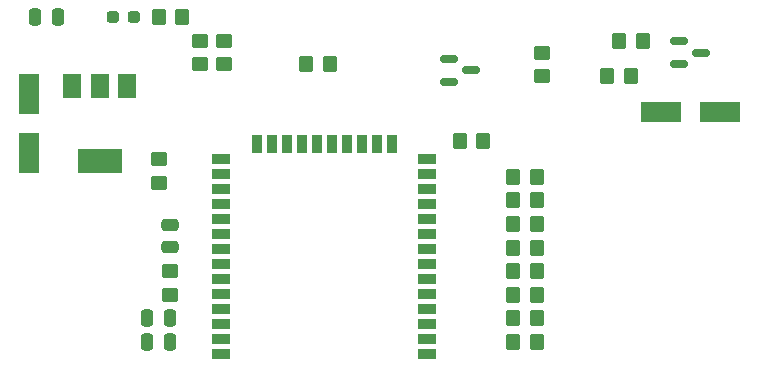
<source format=gbp>
G04 #@! TF.GenerationSoftware,KiCad,Pcbnew,7.0.6*
G04 #@! TF.CreationDate,2023-08-15T03:17:02+01:00*
G04 #@! TF.ProjectId,GalaxyModPCB,47616c61-7879-44d6-9f64-5043422e6b69,rev?*
G04 #@! TF.SameCoordinates,Original*
G04 #@! TF.FileFunction,Paste,Bot*
G04 #@! TF.FilePolarity,Positive*
%FSLAX46Y46*%
G04 Gerber Fmt 4.6, Leading zero omitted, Abs format (unit mm)*
G04 Created by KiCad (PCBNEW 7.0.6) date 2023-08-15 03:17:02*
%MOMM*%
%LPD*%
G01*
G04 APERTURE LIST*
G04 Aperture macros list*
%AMRoundRect*
0 Rectangle with rounded corners*
0 $1 Rounding radius*
0 $2 $3 $4 $5 $6 $7 $8 $9 X,Y pos of 4 corners*
0 Add a 4 corners polygon primitive as box body*
4,1,4,$2,$3,$4,$5,$6,$7,$8,$9,$2,$3,0*
0 Add four circle primitives for the rounded corners*
1,1,$1+$1,$2,$3*
1,1,$1+$1,$4,$5*
1,1,$1+$1,$6,$7*
1,1,$1+$1,$8,$9*
0 Add four rect primitives between the rounded corners*
20,1,$1+$1,$2,$3,$4,$5,0*
20,1,$1+$1,$4,$5,$6,$7,0*
20,1,$1+$1,$6,$7,$8,$9,0*
20,1,$1+$1,$8,$9,$2,$3,0*%
G04 Aperture macros list end*
%ADD10RoundRect,0.237500X-0.287500X-0.237500X0.287500X-0.237500X0.287500X0.237500X-0.287500X0.237500X0*%
%ADD11RoundRect,0.250000X0.250000X0.475000X-0.250000X0.475000X-0.250000X-0.475000X0.250000X-0.475000X0*%
%ADD12RoundRect,0.250000X-0.450000X0.350000X-0.450000X-0.350000X0.450000X-0.350000X0.450000X0.350000X0*%
%ADD13RoundRect,0.250000X-0.350000X-0.450000X0.350000X-0.450000X0.350000X0.450000X-0.350000X0.450000X0*%
%ADD14RoundRect,0.250000X-0.475000X0.250000X-0.475000X-0.250000X0.475000X-0.250000X0.475000X0.250000X0*%
%ADD15RoundRect,0.250000X0.350000X0.450000X-0.350000X0.450000X-0.350000X-0.450000X0.350000X-0.450000X0*%
%ADD16RoundRect,0.150000X-0.587500X-0.150000X0.587500X-0.150000X0.587500X0.150000X-0.587500X0.150000X0*%
%ADD17R,3.500000X1.800000*%
%ADD18R,1.800000X3.500000*%
%ADD19R,1.500000X0.900000*%
%ADD20R,0.900000X1.500000*%
%ADD21R,1.500000X2.000000*%
%ADD22R,3.800000X2.000000*%
G04 APERTURE END LIST*
D10*
X119625000Y-52500000D03*
X121375000Y-52500000D03*
D11*
X114950000Y-52500000D03*
X113050000Y-52500000D03*
D12*
X123500000Y-64500000D03*
X123500000Y-66500000D03*
D13*
X153500000Y-68000000D03*
X155500000Y-68000000D03*
D12*
X129000000Y-54500000D03*
X129000000Y-56500000D03*
D14*
X124500000Y-70050000D03*
X124500000Y-71950000D03*
D13*
X153500000Y-76000000D03*
X155500000Y-76000000D03*
X123500000Y-52500000D03*
X125500000Y-52500000D03*
D15*
X164500000Y-54500000D03*
X162500000Y-54500000D03*
D12*
X124500000Y-74000000D03*
X124500000Y-76000000D03*
X127000000Y-54500000D03*
X127000000Y-56500000D03*
D11*
X124450000Y-80000000D03*
X122550000Y-80000000D03*
D16*
X167562500Y-56450000D03*
X167562500Y-54550000D03*
X169437500Y-55500000D03*
D17*
X171000000Y-60500000D03*
X166000000Y-60500000D03*
D15*
X155500000Y-74000000D03*
X153500000Y-74000000D03*
D11*
X124450000Y-78000000D03*
X122550000Y-78000000D03*
D15*
X155500000Y-70000000D03*
X153500000Y-70000000D03*
D18*
X112500000Y-59000000D03*
X112500000Y-64000000D03*
D19*
X128750000Y-81005000D03*
X128750000Y-79735000D03*
X128750000Y-78465000D03*
X128750000Y-77195000D03*
X128750000Y-75925000D03*
X128750000Y-74655000D03*
X128750000Y-73385000D03*
X128750000Y-72115000D03*
X128750000Y-70845000D03*
X128750000Y-69575000D03*
X128750000Y-68305000D03*
X128750000Y-67035000D03*
X128750000Y-65765000D03*
X128750000Y-64495000D03*
D20*
X131790000Y-63245000D03*
X133060000Y-63245000D03*
X134330000Y-63245000D03*
X135600000Y-63245000D03*
X136870000Y-63245000D03*
X138140000Y-63245000D03*
X139410000Y-63245000D03*
X140680000Y-63245000D03*
X141950000Y-63245000D03*
X143220000Y-63245000D03*
D19*
X146250000Y-64495000D03*
X146250000Y-65765000D03*
X146250000Y-67035000D03*
X146250000Y-68305000D03*
X146250000Y-69575000D03*
X146250000Y-70845000D03*
X146250000Y-72115000D03*
X146250000Y-73385000D03*
X146250000Y-74655000D03*
X146250000Y-75925000D03*
X146250000Y-77195000D03*
X146250000Y-78465000D03*
X146250000Y-79735000D03*
X146250000Y-81005000D03*
D13*
X153500000Y-80000000D03*
X155500000Y-80000000D03*
X153500000Y-72000000D03*
X155500000Y-72000000D03*
X149000000Y-63000000D03*
X151000000Y-63000000D03*
D15*
X138000000Y-56500000D03*
X136000000Y-56500000D03*
X155500000Y-78000000D03*
X153500000Y-78000000D03*
D16*
X148062500Y-57950000D03*
X148062500Y-56050000D03*
X149937500Y-57000000D03*
D15*
X163500000Y-57500000D03*
X161500000Y-57500000D03*
X155500000Y-66000000D03*
X153500000Y-66000000D03*
D21*
X116200000Y-58350000D03*
X118500000Y-58350000D03*
D22*
X118500000Y-64650000D03*
D21*
X120800000Y-58350000D03*
D12*
X156000000Y-55500000D03*
X156000000Y-57500000D03*
M02*

</source>
